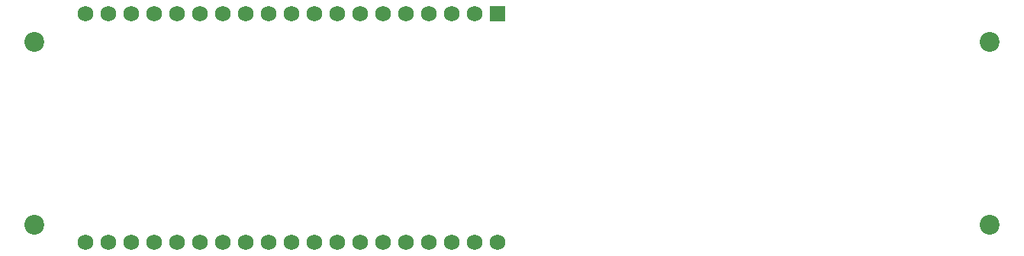
<source format=gbr>
%TF.GenerationSoftware,KiCad,Pcbnew,6.0.11+dfsg-1*%
%TF.CreationDate,2025-08-05T12:34:31+02:00*%
%TF.ProjectId,Kimera,4b696d65-7261-42e6-9b69-6361645f7063,rev?*%
%TF.SameCoordinates,Original*%
%TF.FileFunction,Soldermask,Bot*%
%TF.FilePolarity,Negative*%
%FSLAX46Y46*%
G04 Gerber Fmt 4.6, Leading zero omitted, Abs format (unit mm)*
G04 Created by KiCad (PCBNEW 6.0.11+dfsg-1) date 2025-08-05 12:34:31*
%MOMM*%
%LPD*%
G01*
G04 APERTURE LIST*
G04 Aperture macros list*
%AMRoundRect*
0 Rectangle with rounded corners*
0 $1 Rounding radius*
0 $2 $3 $4 $5 $6 $7 $8 $9 X,Y pos of 4 corners*
0 Add a 4 corners polygon primitive as box body*
4,1,4,$2,$3,$4,$5,$6,$7,$8,$9,$2,$3,0*
0 Add four circle primitives for the rounded corners*
1,1,$1+$1,$2,$3*
1,1,$1+$1,$4,$5*
1,1,$1+$1,$6,$7*
1,1,$1+$1,$8,$9*
0 Add four rect primitives between the rounded corners*
20,1,$1+$1,$2,$3,$4,$5,0*
20,1,$1+$1,$4,$5,$6,$7,0*
20,1,$1+$1,$6,$7,$8,$9,0*
20,1,$1+$1,$8,$9,$2,$3,0*%
G04 Aperture macros list end*
%ADD10C,2.200000*%
%ADD11RoundRect,0.102000X-0.765000X0.765000X-0.765000X-0.765000X0.765000X-0.765000X0.765000X0.765000X0*%
%ADD12C,1.734000*%
G04 APERTURE END LIST*
D10*
%TO.C,REF\u002A\u002A*%
X199390000Y-112395000D03*
%TD*%
%TO.C,REF\u002A\u002A*%
X199390000Y-92075000D03*
%TD*%
%TO.C,REF\u002A\u002A*%
X93345000Y-112395000D03*
%TD*%
%TO.C,REF\u002A\u002A*%
X93345000Y-92075000D03*
%TD*%
D11*
%TO.C,U1*%
X144770000Y-88900000D03*
D12*
X142230000Y-88900000D03*
X139690000Y-88900000D03*
X137150000Y-88900000D03*
X134610000Y-88900000D03*
X132070000Y-88900000D03*
X129530000Y-88900000D03*
X126990000Y-88900000D03*
X124450000Y-88900000D03*
X121910000Y-88900000D03*
X119370000Y-88900000D03*
X116830000Y-88900000D03*
X114290000Y-88900000D03*
X111750000Y-88900000D03*
X109210000Y-88900000D03*
X106670000Y-88900000D03*
X104130000Y-88900000D03*
X101590000Y-88900000D03*
X99050000Y-88900000D03*
X99050000Y-114300000D03*
X101590000Y-114300000D03*
X104130000Y-114300000D03*
X106670000Y-114300000D03*
X109210000Y-114300000D03*
X111750000Y-114300000D03*
X114290000Y-114300000D03*
X116830000Y-114300000D03*
X119370000Y-114300000D03*
X121910000Y-114300000D03*
X124450000Y-114300000D03*
X126990000Y-114300000D03*
X129530000Y-114300000D03*
X132070000Y-114300000D03*
X134610000Y-114300000D03*
X137150000Y-114300000D03*
X139690000Y-114300000D03*
X142230000Y-114300000D03*
X144770000Y-114300000D03*
%TD*%
M02*

</source>
